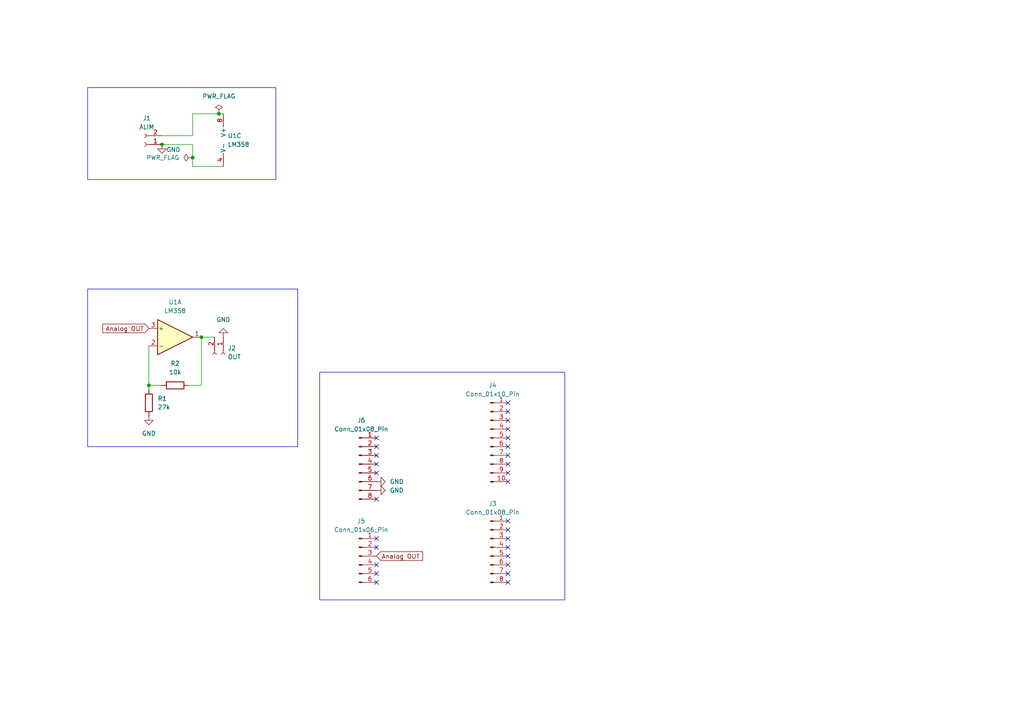
<source format=kicad_sch>
(kicad_sch (version 20250114) (generator "eeschema") (generator_version "9.0")
  (paper "A4")
  (lib_symbols
    (symbol "Amplifier_Operational:LM358" (pin_names (offset 0.127))
      (property "Reference" "U" (at 0 5.08 0))
      (property "Value" "LM358" (at 0 -5.08 0))
      (symbol "LM358_1_1"
        (polyline (pts (xy -5.08 5.08) (xy 5.08 0) (xy -5.08 -5.08) (xy -5.08 5.08)) (stroke (width 0.254)) (fill (type background)))
        (pin input line (at -7.62 2.54 0) (length 2.54) (name "+") (number "3"))
        (pin input line (at -7.62 -2.54 0) (length 2.54) (name "-") (number "2"))
        (pin output line (at 7.62 0 180) (length 2.54) (name "~") (number "1"))
      )
      (symbol "LM358_2_1"
        (polyline (pts (xy -5.08 5.08) (xy 5.08 0) (xy -5.08 -5.08) (xy -5.08 5.08)) (stroke (width 0.254)) (fill (type background)))
        (pin input line (at -7.62 2.54 0) (length 2.54) (name "+") (number "5"))
        (pin input line (at -7.62 -2.54 0) (length 2.54) (name "-") (number "6"))
        (pin output line (at 7.62 0 180) (length 2.54) (name "~") (number "7"))
      )
      (symbol "LM358_3_1"
        (pin power_in line (at -2.54 7.62 270) (length 3.81) (name "V+") (number "8"))
        (pin power_in line (at -2.54 -7.62 90) (length 3.81) (name "V-") (number "4"))
      )
    )
    (symbol "Connector:Conn_01x02_Socket" (pin_names (offset 1.016) (hide yes))
      (property "Reference" "J" (at 0 2.54 0))
      (property "Value" "Conn_01x02_Socket" (at 0 -5.08 0))
      (symbol "Conn_01x02_Socket_1_1"
        (polyline (pts (xy -1.27 0) (xy -0.508 0)) (stroke (width 0.1524)))
        (polyline (pts (xy -1.27 -2.54) (xy -0.508 -2.54)) (stroke (width 0.1524)))
        (arc (start 0 -0.508) (mid -0.5058 0) (end 0 0.508) (stroke (width 0.1524)))
        (arc (start 0 -3.048) (mid -0.5058 -2.54) (end 0 -2.032) (stroke (width 0.1524)))
        (pin passive line (at -5.08 0 0) (length 3.81) (name "Pin_1") (number "1"))
        (pin passive line (at -5.08 -2.54 0) (length 3.81) (name "Pin_2") (number "2"))
      )
    )
    (symbol "Connector:Conn_01x06_Pin" (pin_names (offset 1.016) (hide yes))
      (property "Reference" "J" (at 0 7.62 0))
      (property "Value" "Conn_01x06_Pin" (at 0 -10.16 0))
      (symbol "Conn_01x06_Pin_1_1"
        (rectangle (start 0.8636 5.207) (end 0 4.953) (stroke (width 0.1524)) (fill (type outline)))
        (rectangle (start 0.8636 2.667) (end 0 2.413) (stroke (width 0.1524)) (fill (type outline)))
        (rectangle (start 0.8636 0.127) (end 0 -0.127) (stroke (width 0.1524)) (fill (type outline)))
        (rectangle (start 0.8636 -2.413) (end 0 -2.667) (stroke (width 0.1524)) (fill (type outline)))
        (rectangle (start 0.8636 -4.953) (end 0 -5.207) (stroke (width 0.1524)) (fill (type outline)))
        (rectangle (start 0.8636 -7.493) (end 0 -7.747) (stroke (width 0.1524)) (fill (type outline)))
        (polyline (pts (xy 1.27 5.08) (xy 0.8636 5.08)) (stroke (width 0.1524)))
        (polyline (pts (xy 1.27 2.54) (xy 0.8636 2.54)) (stroke (width 0.1524)))
        (polyline (pts (xy 1.27 0) (xy 0.8636 0)) (stroke (width 0.1524)))
        (polyline (pts (xy 1.27 -2.54) (xy 0.8636 -2.54)) (stroke (width 0.1524)))
        (polyline (pts (xy 1.27 -5.08) (xy 0.8636 -5.08)) (stroke (width 0.1524)))
        (polyline (pts (xy 1.27 -7.62) (xy 0.8636 -7.62)) (stroke (width 0.1524)))
        (pin passive line (at 5.08 5.08 180) (length 3.81) (name "Pin_1") (number "1"))
        (pin passive line (at 5.08 2.54 180) (length 3.81) (name "Pin_2") (number "2"))
        (pin passive line (at 5.08 0 180) (length 3.81) (name "Pin_3") (number "3"))
        (pin passive line (at 5.08 -2.54 180) (length 3.81) (name "Pin_4") (number "4"))
        (pin passive line (at 5.08 -5.08 180) (length 3.81) (name "Pin_5") (number "5"))
        (pin passive line (at 5.08 -7.62 180) (length 3.81) (name "Pin_6") (number "6"))
      )
    )
    (symbol "Connector:Conn_01x08_Pin" (pin_names (offset 1.016) (hide yes))
      (property "Reference" "J" (at 0 10.16 0))
      (property "Value" "Conn_01x08_Pin" (at 0 -12.7 0))
      (symbol "Conn_01x08_Pin_1_1"
        (rectangle (start 0.8636 7.747) (end 0 7.493) (stroke (width 0.1524)) (fill (type outline)))
        (rectangle (start 0.8636 5.207) (end 0 4.953) (stroke (width 0.1524)) (fill (type outline)))
        (rectangle (start 0.8636 2.667) (end 0 2.413) (stroke (width 0.1524)) (fill (type outline)))
        (rectangle (start 0.8636 0.127) (end 0 -0.127) (stroke (width 0.1524)) (fill (type outline)))
        (rectangle (start 0.8636 -2.413) (end 0 -2.667) (stroke (width 0.1524)) (fill (type outline)))
        (rectangle (start 0.8636 -4.953) (end 0 -5.207) (stroke (width 0.1524)) (fill (type outline)))
        (rectangle (start 0.8636 -7.493) (end 0 -7.747) (stroke (width 0.1524)) (fill (type outline)))
        (rectangle (start 0.8636 -10.033) (end 0 -10.287) (stroke (width 0.1524)) (fill (type outline)))
        (polyline (pts (xy 1.27 7.62) (xy 0.8636 7.62)) (stroke (width 0.1524)))
        (polyline (pts (xy 1.27 5.08) (xy 0.8636 5.08)) (stroke (width 0.1524)))
        (polyline (pts (xy 1.27 2.54) (xy 0.8636 2.54)) (stroke (width 0.1524)))
        (polyline (pts (xy 1.27 0) (xy 0.8636 0)) (stroke (width 0.1524)))
        (polyline (pts (xy 1.27 -2.54) (xy 0.8636 -2.54)) (stroke (width 0.1524)))
        (polyline (pts (xy 1.27 -5.08) (xy 0.8636 -5.08)) (stroke (width 0.1524)))
        (polyline (pts (xy 1.27 -7.62) (xy 0.8636 -7.62)) (stroke (width 0.1524)))
        (polyline (pts (xy 1.27 -10.16) (xy 0.8636 -10.16)) (stroke (width 0.1524)))
        (pin passive line (at 5.08 7.62 180) (length 3.81) (name "Pin_1") (number "1"))
        (pin passive line (at 5.08 5.08 180) (length 3.81) (name "Pin_2") (number "2"))
        (pin passive line (at 5.08 2.54 180) (length 3.81) (name "Pin_3") (number "3"))
        (pin passive line (at 5.08 0 180) (length 3.81) (name "Pin_4") (number "4"))
        (pin passive line (at 5.08 -2.54 180) (length 3.81) (name "Pin_5") (number "5"))
        (pin passive line (at 5.08 -5.08 180) (length 3.81) (name "Pin_6") (number "6"))
        (pin passive line (at 5.08 -7.62 180) (length 3.81) (name "Pin_7") (number "7"))
        (pin passive line (at 5.08 -10.16 180) (length 3.81) (name "Pin_8") (number "8"))
      )
    )
    (symbol "Connector:Conn_01x10_Pin" (pin_names (offset 1.016) (hide yes))
      (property "Reference" "J" (at 0 12.7 0))
      (property "Value" "Conn_01x10_Pin" (at 0 -15.24 0))
      (symbol "Conn_01x10_Pin_1_1"
        (rectangle (start 0.8636 10.287) (end 0 10.033) (stroke (width 0.1524)) (fill (type outline)))
        (rectangle (start 0.8636 7.747) (end 0 7.493) (stroke (width 0.1524)) (fill (type outline)))
        (rectangle (start 0.8636 5.207) (end 0 4.953) (stroke (width 0.1524)) (fill (type outline)))
        (rectangle (start 0.8636 2.667) (end 0 2.413) (stroke (width 0.1524)) (fill (type outline)))
        (rectangle (start 0.8636 0.127) (end 0 -0.127) (stroke (width 0.1524)) (fill (type outline)))
        (rectangle (start 0.8636 -2.413) (end 0 -2.667) (stroke (width 0.1524)) (fill (type outline)))
        (rectangle (start 0.8636 -4.953) (end 0 -5.207) (stroke (width 0.1524)) (fill (type outline)))
        (rectangle (start 0.8636 -7.493) (end 0 -7.747) (stroke (width 0.1524)) (fill (type outline)))
        (rectangle (start 0.8636 -10.033) (end 0 -10.287) (stroke (width 0.1524)) (fill (type outline)))
        (rectangle (start 0.8636 -12.573) (end 0 -12.827) (stroke (width 0.1524)) (fill (type outline)))
        (polyline (pts (xy 1.27 10.16) (xy 0.8636 10.16)) (stroke (width 0.1524)))
        (polyline (pts (xy 1.27 7.62) (xy 0.8636 7.62)) (stroke (width 0.1524)))
        (polyline (pts (xy 1.27 5.08) (xy 0.8636 5.08)) (stroke (width 0.1524)))
        (polyline (pts (xy 1.27 2.54) (xy 0.8636 2.54)) (stroke (width 0.1524)))
        (polyline (pts (xy 1.27 0) (xy 0.8636 0)) (stroke (width 0.1524)))
        (polyline (pts (xy 1.27 -2.54) (xy 0.8636 -2.54)) (stroke (width 0.1524)))
        (polyline (pts (xy 1.27 -5.08) (xy 0.8636 -5.08)) (stroke (width 0.1524)))
        (polyline (pts (xy 1.27 -7.62) (xy 0.8636 -7.62)) (stroke (width 0.1524)))
        (polyline (pts (xy 1.27 -10.16) (xy 0.8636 -10.16)) (stroke (width 0.1524)))
        (polyline (pts (xy 1.27 -12.7) (xy 0.8636 -12.7)) (stroke (width 0.1524)))
        (pin passive line (at 5.08 10.16 180) (length 3.81) (name "Pin_1") (number "1"))
        (pin passive line (at 5.08 7.62 180) (length 3.81) (name "Pin_2") (number "2"))
        (pin passive line (at 5.08 5.08 180) (length 3.81) (name "Pin_3") (number "3"))
        (pin passive line (at 5.08 2.54 180) (length 3.81) (name "Pin_4") (number "4"))
        (pin passive line (at 5.08 0 180) (length 3.81) (name "Pin_5") (number "5"))
        (pin passive line (at 5.08 -2.54 180) (length 3.81) (name "Pin_6") (number "6"))
        (pin passive line (at 5.08 -5.08 180) (length 3.81) (name "Pin_7") (number "7"))
        (pin passive line (at 5.08 -7.62 180) (length 3.81) (name "Pin_8") (number "8"))
        (pin passive line (at 5.08 -10.16 180) (length 3.81) (name "Pin_9") (number "9"))
        (pin passive line (at 5.08 -12.7 180) (length 3.81) (name "Pin_10") (number "10"))
      )
    )
    (symbol "Device:R" (pin_numbers (hide yes)) (pin_names (offset 0))
      (property "Reference" "R" (at 2.032 0 90))
      (property "Value" "R" (at 0 0 90))
      (symbol "R_0_1"
        (rectangle (start -1.016 -2.54) (end 1.016 2.54) (stroke (width 0.254)))
      )
      (symbol "R_1_1"
        (pin passive line (at 0 3.81 270) (length 1.27) (name "~") (number "1"))
        (pin passive line (at 0 -3.81 90) (length 1.27) (name "~") (number "2"))
      )
    )
    (symbol "power:GND" (power) (pin_numbers (hide yes)) (pin_names (offset 0) (hide yes))
      (property "Value" "GND" (at 0 -3.81 0))
      (symbol "GND_0_1"
        (polyline (pts (xy 0 0) (xy 0 -1.27) (xy 1.27 -1.27) (xy 0 -2.54) (xy -1.27 -1.27) (xy 0 -1.27)))
      )
      (symbol "GND_1_1"
        (pin power_in line (at 0 0 270) (length 0) (name "~") (number "1"))
      )
    )
    (symbol "power:PWR_FLAG" (power) (pin_numbers (hide yes)) (pin_names (offset 0) (hide yes))
      (property "Value" "PWR_FLAG" (at 0 3.81 0))
      (symbol "PWR_FLAG_0_0"
        (pin power_out line (at 0 0 90) (length 0) (name "~") (number "1"))
      )
      (symbol "PWR_FLAG_0_1"
        (polyline (pts (xy 0 0) (xy 0 1.27) (xy -1.016 1.905) (xy 0 2.54) (xy 1.016 1.905) (xy 0 1.27)))
      )
    )
  )
  (rectangle (start 25.4 83.82) (end 86.36 129.54))
  (rectangle (start 25.4 25.4) (end 80.01 52.07))
  (rectangle (start 92.71 107.95) (end 163.83 173.99))
  (junction (at 46.99 41.91))
  (junction (at 43.18 111.76))
  (junction (at 58.42 97.79))
  (junction (at 63.5 33.02))
  (junction (at 55.88 45.72))
  (no_connect (at 147.32 166.37))
  (no_connect (at 109.22 129.54))
  (no_connect (at 109.22 137.16))
  (no_connect (at 147.32 121.92))
  (no_connect (at 147.32 158.75))
  (no_connect (at 109.22 168.91))
  (no_connect (at 147.32 124.46))
  (no_connect (at 109.22 132.08))
  (no_connect (at 147.32 168.91))
  (no_connect (at 147.32 119.38))
  (no_connect (at 109.22 158.75))
  (no_connect (at 147.32 127))
  (no_connect (at 109.22 127))
  (no_connect (at 147.32 137.16))
  (no_connect (at 147.32 156.21))
  (no_connect (at 147.32 151.13))
  (no_connect (at 147.32 134.62))
  (no_connect (at 109.22 144.78))
  (no_connect (at 147.32 132.08))
  (no_connect (at 147.32 153.67))
  (no_connect (at 109.22 156.21))
  (no_connect (at 109.22 163.83))
  (no_connect (at 147.32 163.83))
  (no_connect (at 109.22 134.62))
  (no_connect (at 147.32 116.84))
  (no_connect (at 147.32 161.29))
  (no_connect (at 147.32 139.7))
  (no_connect (at 109.22 166.37))
  (no_connect (at 147.32 129.54))
  (wire (pts (xy 46.99 41.91) (xy 55.88 41.91)))
  (wire (pts (xy 43.18 100.33) (xy 43.18 111.76)))
  (wire (pts (xy 58.42 111.76) (xy 58.42 97.79)))
  (wire (pts (xy 46.99 111.76) (xy 43.18 111.76)))
  (wire (pts (xy 43.18 111.76) (xy 43.18 113.03)))
  (wire (pts (xy 54.61 111.76) (xy 58.42 111.76)))
  (wire (pts (xy 55.88 33.02) (xy 63.5 33.02)))
  (wire (pts (xy 55.88 45.72) (xy 55.88 48.26)))
  (wire (pts (xy 46.99 39.37) (xy 55.88 39.37)))
  (wire (pts (xy 55.88 41.91) (xy 55.88 45.72)))
  (wire (pts (xy 63.5 33.02) (xy 64.77 33.02)))
  (wire (pts (xy 55.88 48.26) (xy 64.77 48.26)))
  (wire (pts (xy 55.88 39.37) (xy 55.88 33.02)))
  (wire (pts (xy 58.42 97.79) (xy 62.23 97.79)))
  (global_label "Analog OUT" (shape input) (at 43.18 95.25 180) (property "Intersheetrefs" "${INTERSHEET_REFS}" (effects (hide yes))))
  (global_label "Analog OUT" (shape input) (at 109.22 161.29 0) (property "Intersheetrefs" "${INTERSHEET_REFS}" (effects (hide yes))))
  (symbol (lib_id "power:GND") (at 64.77 97.79 180) (unit 1)
    (property "Reference" "#PWR02" (effects (hide yes)))
    (property "Value" "GND" (at 64.77 92.71 0))
    (property "Description" "Power symbol creates a global label with name \"GND\" , ground" (effects (hide yes)))
  )
  (symbol (lib_id "power:GND") (at 43.18 120.65 0) (unit 1)
    (property "Reference" "#PWR01" (effects (hide yes)))
    (property "Value" "GND" (at 43.18 125.73 0))
    (property "Description" "Power symbol creates a global label with name \"GND\" , ground" (effects (hide yes)))
  )
  (symbol (lib_id "Connector:Conn_01x02_Socket") (at 41.91 41.91 180) (unit 1)
    (property "Reference" "J1" (at 42.545 34.29 0))
    (property "Value" "ALIM" (at 42.545 36.83 0))
    (property "Footprint" "Connector_PinSocket_2.54mm:PinSocket_1x02_P2.54mm_Vertical" (effects (hide yes)))
    (property "Description" "Generic connector, single row, 01x02, script generated" (effects (hide yes)))
  )
  (symbol (lib_id "power:PWR_FLAG") (at 55.88 45.72 90) (unit 1)
    (property "Reference" "#FLG02" (effects (hide yes)))
    (property "Value" "PWR_FLAG" (at 52.07 45.7199 90) (effects (justify left)))
    (property "Description" "Special symbol for telling ERC where power comes from" (effects (hide yes)))
  )
  (symbol (lib_id "Connector:Conn_01x06_Pin") (at 104.14 161.29 0) (unit 1)
    (property "Reference" "J5" (at 104.775 151.13 0))
    (property "Value" "Conn_01x06_Pin" (at 104.775 153.67 0))
    (property "Footprint" "Connector_PinHeader_2.54mm:PinHeader_1x06_P2.54mm_Vertical" (effects (hide yes)))
    (property "Description" "Generic connector, single row, 01x06, script generated" (effects (hide yes)))
  )
  (symbol (lib_id "Connector:Conn_01x08_Pin") (at 142.24 158.75 0) (unit 1)
    (property "Reference" "J3" (at 142.875 146.05 0))
    (property "Value" "Conn_01x08_Pin" (at 142.875 148.59 0))
    (property "Footprint" "Connector_PinHeader_2.54mm:PinHeader_1x08_P2.54mm_Vertical" (effects (hide yes)))
    (property "Description" "Generic connector, single row, 01x08, script generated" (effects (hide yes)))
  )
  (symbol (lib_id "power:GND") (at 109.22 142.24 90) (unit 1)
    (property "Reference" "#PWR03" (effects (hide yes)))
    (property "Value" "GND" (at 113.03 142.2399 90) (effects (justify right)))
    (property "Description" "Power symbol creates a global label with name \"GND\" , ground" (effects (hide yes)))
  )
  (symbol (lib_id "power:GND") (at 46.99 41.91 0) (unit 1)
    (property "Reference" "#PWR05" (effects (hide yes)))
    (property "Value" "GND" (at 50.292 43.434 0))
    (property "Description" "Power symbol creates a global label with name \"GND\" , ground" (effects (hide yes)))
  )
  (symbol (lib_id "Connector:Conn_01x10_Pin") (at 142.24 127 0) (unit 1)
    (property "Reference" "J4" (at 142.875 111.76 0))
    (property "Value" "Conn_01x10_Pin" (at 142.875 114.3 0))
    (property "Footprint" "Connector_PinHeader_2.54mm:PinHeader_1x10_P2.54mm_Vertical" (effects (hide yes)))
    (property "Description" "Generic connector, single row, 01x10, script generated" (effects (hide yes)))
  )
  (symbol (lib_id "power:PWR_FLAG") (at 63.5 33.02 0) (unit 1)
    (property "Reference" "#FLG01" (effects (hide yes)))
    (property "Value" "PWR_FLAG" (at 63.5 27.94 0))
    (property "Description" "Special symbol for telling ERC where power comes from" (effects (hide yes)))
  )
  (symbol (lib_id "Connector:Conn_01x02_Socket") (at 64.77 102.87 270) (unit 1)
    (property "Reference" "J2" (at 66.04 100.9649 90) (effects (justify left)))
    (property "Value" "OUT" (at 66.04 103.5049 90) (effects (justify left)))
    (property "Footprint" "Connector_PinSocket_2.54mm:PinSocket_1x02_P2.54mm_Vertical" (effects (hide yes)))
    (property "Description" "Generic connector, single row, 01x02, script generated" (effects (hide yes)))
  )
  (symbol (lib_id "Device:R") (at 50.8 111.76 270) (unit 1)
    (property "Reference" "R2" (at 50.8 105.41 90))
    (property "Value" "10k" (at 50.8 107.95 90))
    (property "Footprint" "Resistor_THT:R_Axial_DIN0204_L3.6mm_D1.6mm_P5.08mm_Horizontal" (effects (hide yes)))
    (property "Description" "Resistor" (effects (hide yes)))
  )
  (symbol (lib_id "power:GND") (at 109.22 139.7 90) (unit 1)
    (property "Reference" "#PWR04" (effects (hide yes)))
    (property "Value" "GND" (at 113.03 139.6999 90) (effects (justify right)))
    (property "Description" "Power symbol creates a global label with name \"GND\" , ground" (effects (hide yes)))
  )
  (symbol (lib_id "Connector:Conn_01x08_Pin") (at 104.14 134.62 0) (unit 1)
    (property "Reference" "J6" (at 104.775 121.92 0))
    (property "Value" "Conn_01x08_Pin" (at 104.775 124.46 0))
    (property "Footprint" "Connector_PinHeader_2.54mm:PinHeader_1x08_P2.54mm_Vertical" (effects (hide yes)))
    (property "Description" "Generic connector, single row, 01x08, script generated" (effects (hide yes)))
  )
  (symbol (lib_id "Amplifier_Operational:LM358") (at 50.8 97.79 0) (unit 1)
    (property "Reference" "U1" (at 50.8 87.63 0))
    (property "Value" "LM358" (at 50.8 90.17 0))
    (property "Footprint" "LM358P:LM358P" (effects (hide yes)))
    (property "Datasheet" "http://www.ti.com/lit/ds/symlink/lm2904-n.pdf" (effects (hide yes)))
    (property "Description" "Low-Power, Dual Operational Amplifiers, DIP-8/SOIC-8/TO-99-8" (effects (hide yes)))
  )
  (symbol (lib_id "Device:R") (at 43.18 116.84 0) (unit 1)
    (property "Reference" "R1" (at 45.72 115.5699 0) (effects (justify left)))
    (property "Value" "27k" (at 45.72 118.1099 0) (effects (justify left)))
    (property "Footprint" "Resistor_THT:R_Axial_DIN0204_L3.6mm_D1.6mm_P5.08mm_Horizontal" (effects (hide yes)))
    (property "Description" "Resistor" (effects (hide yes)))
  )
  (symbol (lib_id "Amplifier_Operational:LM358") (at 67.31 40.64 0) (unit 3)
    (property "Reference" "U1" (at 66.04 39.3699 0) (effects (justify left)))
    (property "Value" "LM358" (at 66.04 41.9099 0) (effects (justify left)))
    (property "Footprint" "LM358P:LM358P" (effects (hide yes)))
    (property "Datasheet" "http://www.ti.com/lit/ds/symlink/lm2904-n.pdf" (effects (hide yes)))
    (property "Description" "Low-Power, Dual Operational Amplifiers, DIP-8/SOIC-8/TO-99-8" (effects (hide yes)))
  )
)
</source>
